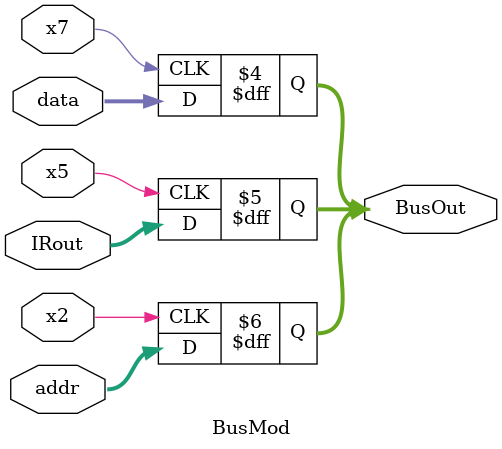
<source format=v>


module MEMmod(Read, addr, output_buffer);
   input [11:0] addr;
   input Read;
   output [15:0] output_buffer;
	   
   reg [15:0] output_buffer;
   reg [15:0] MEM[15:0];

   always @(posedge Read) output_buffer = MEM[addr];
 
   initial $readmemb("instructions.txt", MEM);

endmodule

module PCmod(incr, Q);
   input incr;          // enable upcount
   output [15:0] Q;     // 16-bit output

   reg [15:0] Q;

   initial Q = 0;
   always @(posedge incr) Q = Q + 1; // simulated counting
endmodule

module Imod (what_on_bus, ldI, Iout);  // "I" is leftmost bit in IR
   input [15:0] what_on_bus;
   input ldI;
   output Iout;

   reg Iout;  // internal storage of this module "I"

   always @(posedge ldI) Iout = what_on_bus[15]; // once loaded, continuous output
endmodule

module ARorIRmod(what_on_bus, ld, storage);  // for both AR and IR
   input [15:0] what_on_bus;
   input ld;
   output [15:0] storage;

   reg [15:0] storage;

   always @(posedge ld) storage = what_on_bus;

   
endmodule

module BusMod(addr, IRout, data, x2, x5, x7, BusOut);
   input [15:0] addr,IRout,data;
   input x2,x5,x7;
   output [15:0] BusOut;

   reg [15:0] BusOut;
   wire x2,x5,x7;
   

   always @(posedge x2)
	if(x2)
	   begin
	      BusOut = addr;
	   end

   always @(posedge x5)
	if(x5)
	   begin
	      BusOut = IRout;
	   end

   always @(posedge x7)
	if(x7)
	   begin
	      BusOut = data;
	   end

endmodule


</source>
